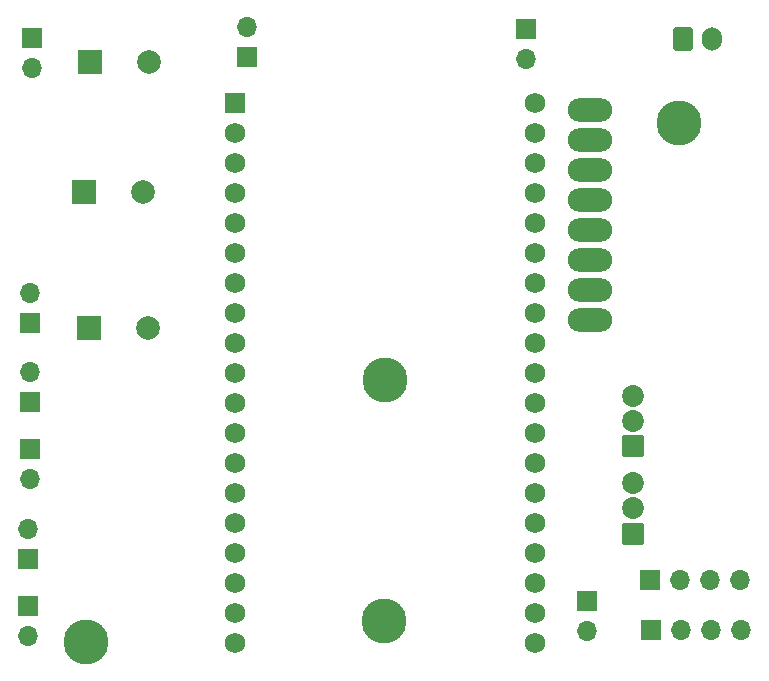
<source format=gbs>
G04 #@! TF.GenerationSoftware,KiCad,Pcbnew,7.0.8*
G04 #@! TF.CreationDate,2023-11-03T23:08:19-04:00*
G04 #@! TF.ProjectId,robot,726f626f-742e-46b6-9963-61645f706362,rev?*
G04 #@! TF.SameCoordinates,Original*
G04 #@! TF.FileFunction,Soldermask,Bot*
G04 #@! TF.FilePolarity,Negative*
%FSLAX46Y46*%
G04 Gerber Fmt 4.6, Leading zero omitted, Abs format (unit mm)*
G04 Created by KiCad (PCBNEW 7.0.8) date 2023-11-03 23:08:19*
%MOMM*%
%LPD*%
G01*
G04 APERTURE LIST*
G04 Aperture macros list*
%AMRoundRect*
0 Rectangle with rounded corners*
0 $1 Rounding radius*
0 $2 $3 $4 $5 $6 $7 $8 $9 X,Y pos of 4 corners*
0 Add a 4 corners polygon primitive as box body*
4,1,4,$2,$3,$4,$5,$6,$7,$8,$9,$2,$3,0*
0 Add four circle primitives for the rounded corners*
1,1,$1+$1,$2,$3*
1,1,$1+$1,$4,$5*
1,1,$1+$1,$6,$7*
1,1,$1+$1,$8,$9*
0 Add four rect primitives between the rounded corners*
20,1,$1+$1,$2,$3,$4,$5,0*
20,1,$1+$1,$4,$5,$6,$7,0*
20,1,$1+$1,$6,$7,$8,$9,0*
20,1,$1+$1,$8,$9,$2,$3,0*%
G04 Aperture macros list end*
%ADD10O,3.760000X1.982000*%
%ADD11R,1.700000X1.700000*%
%ADD12O,1.700000X1.700000*%
%ADD13RoundRect,0.102000X0.825000X-0.825000X0.825000X0.825000X-0.825000X0.825000X-0.825000X-0.825000X0*%
%ADD14C,1.854000*%
%ADD15R,2.000000X2.000000*%
%ADD16C,2.000000*%
%ADD17C,3.800000*%
%ADD18RoundRect,0.250000X-0.600000X-0.750000X0.600000X-0.750000X0.600000X0.750000X-0.600000X0.750000X0*%
%ADD19O,1.700000X2.000000*%
%ADD20RoundRect,0.102000X-0.765000X-0.765000X0.765000X-0.765000X0.765000X0.765000X-0.765000X0.765000X0*%
%ADD21C,1.734000*%
G04 APERTURE END LIST*
D10*
X207800000Y-81800000D03*
X207800000Y-69100000D03*
X207800000Y-84340000D03*
X207800000Y-71640000D03*
X207800000Y-74180000D03*
X207800000Y-66560000D03*
X207800000Y-79260000D03*
X207800000Y-76720000D03*
D11*
X213020000Y-110560000D03*
D12*
X215560000Y-110560000D03*
X218100000Y-110560000D03*
X220640000Y-110560000D03*
D11*
X160422500Y-91245000D03*
D12*
X160422500Y-88705000D03*
D13*
X211487500Y-95012500D03*
D14*
X211487500Y-92862500D03*
X211487500Y-90712500D03*
D15*
X165000000Y-73500000D03*
D16*
X170000000Y-73500000D03*
D11*
X160600000Y-60400000D03*
D12*
X160600000Y-62940000D03*
D17*
X190400000Y-109800000D03*
D11*
X160285000Y-104570000D03*
D12*
X160285000Y-102030000D03*
D13*
X211487500Y-102412500D03*
D14*
X211487500Y-100262500D03*
X211487500Y-98112500D03*
D11*
X160422500Y-95245000D03*
D12*
X160422500Y-97785000D03*
D11*
X160285000Y-108530000D03*
D12*
X160285000Y-111070000D03*
D11*
X202400000Y-59660000D03*
D12*
X202400000Y-62200000D03*
D17*
X215400000Y-67600000D03*
X165200000Y-111600000D03*
D11*
X160400000Y-84600000D03*
D12*
X160400000Y-82060000D03*
D15*
X165500000Y-62500000D03*
D16*
X170500000Y-62500000D03*
D15*
X165400000Y-85000000D03*
D16*
X170400000Y-85000000D03*
D11*
X178800000Y-62000000D03*
D12*
X178800000Y-59460000D03*
D18*
X215700000Y-60500000D03*
D19*
X218200000Y-60500000D03*
D11*
X212900000Y-106360000D03*
D12*
X215440000Y-106360000D03*
X217980000Y-106360000D03*
X220520000Y-106360000D03*
D20*
X177800000Y-65960000D03*
D21*
X177800000Y-68500000D03*
X177800000Y-71040000D03*
X177800000Y-73580000D03*
X177800000Y-76120000D03*
X177800000Y-78660000D03*
X177800000Y-81200000D03*
X177800000Y-83740000D03*
X177800000Y-86280000D03*
X177800000Y-88820000D03*
X177800000Y-91360000D03*
X177800000Y-93900000D03*
X177800000Y-96440000D03*
X177800000Y-98980000D03*
X177800000Y-101520000D03*
X177800000Y-104060000D03*
X177800000Y-106600000D03*
X177800000Y-109140000D03*
X177800000Y-111680000D03*
X203200000Y-111680000D03*
X203200000Y-109140000D03*
X203200000Y-106600000D03*
X203200000Y-104060000D03*
X203200000Y-101520000D03*
X203200000Y-98980000D03*
X203200000Y-96440000D03*
X203200000Y-93900000D03*
X203200000Y-91360000D03*
X203200000Y-88820000D03*
X203200000Y-86280000D03*
X203200000Y-83740000D03*
X203200000Y-81200000D03*
X203200000Y-78660000D03*
X203200000Y-76120000D03*
X203200000Y-73580000D03*
X203200000Y-71040000D03*
X203200000Y-68500000D03*
X203200000Y-65960000D03*
D17*
X190500000Y-89400000D03*
D11*
X207600000Y-108060000D03*
D12*
X207600000Y-110600000D03*
M02*

</source>
